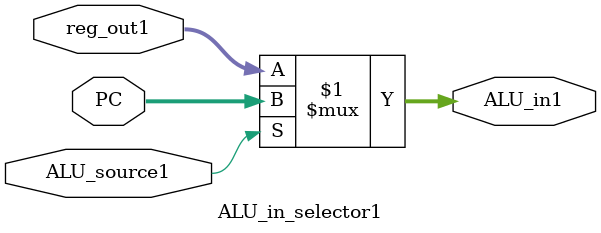
<source format=v>
`timescale 1ns / 1ps


module ALU_in_selector1(
    input           ALU_source1, 
    input   [31:0]  reg_out1, PC, 
    output  [31:0]  ALU_in1
);


    assign ALU_in1 = (ALU_source1) ? PC : reg_out1;
endmodule

</source>
